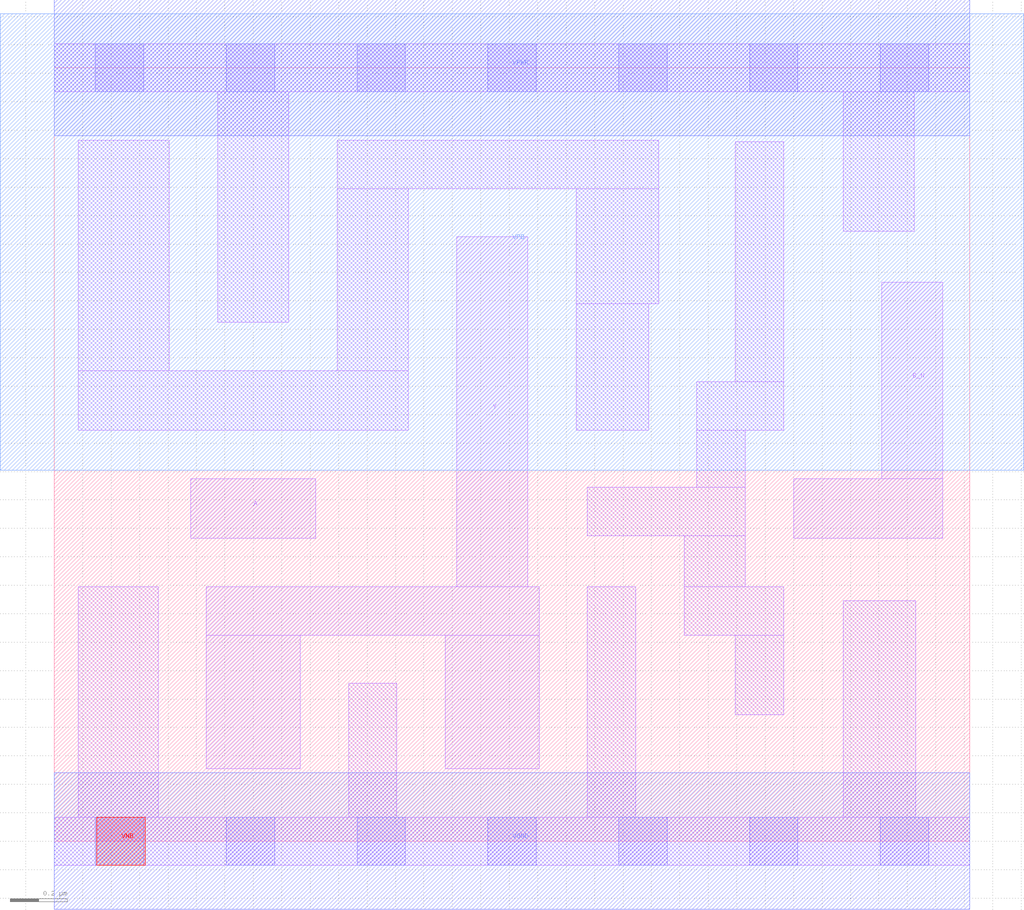
<source format=lef>
# Copyright 2020 The SkyWater PDK Authors
#
# Licensed under the Apache License, Version 2.0 (the "License");
# you may not use this file except in compliance with the License.
# You may obtain a copy of the License at
#
#     https://www.apache.org/licenses/LICENSE-2.0
#
# Unless required by applicable law or agreed to in writing, software
# distributed under the License is distributed on an "AS IS" BASIS,
# WITHOUT WARRANTIES OR CONDITIONS OF ANY KIND, either express or implied.
# See the License for the specific language governing permissions and
# limitations under the License.
#
# SPDX-License-Identifier: Apache-2.0

VERSION 5.7 ;
  NOWIREEXTENSIONATPIN ON ;
  DIVIDERCHAR "/" ;
  BUSBITCHARS "[]" ;
MACRO sky130_fd_sc_hd__nor2b_2
  CLASS CORE ;
  FOREIGN sky130_fd_sc_hd__nor2b_2 ;
  ORIGIN  0.000000  0.000000 ;
  SIZE  3.220000 BY  2.720000 ;
  SYMMETRY X Y R90 ;
  SITE unithd ;
  PIN A
    ANTENNAGATEAREA  0.495000 ;
    DIRECTION INPUT ;
    USE SIGNAL ;
    PORT
      LAYER li1 ;
        RECT 0.480000 1.065000 0.920000 1.275000 ;
    END
  END A
  PIN B_N
    ANTENNAGATEAREA  0.126000 ;
    DIRECTION INPUT ;
    USE SIGNAL ;
    PORT
      LAYER li1 ;
        RECT 2.600000 1.065000 3.125000 1.275000 ;
        RECT 2.910000 1.275000 3.125000 1.965000 ;
    END
  END B_N
  PIN VNB
    PORT
      LAYER pwell ;
        RECT 0.150000 -0.085000 0.320000 0.085000 ;
    END
  END VNB
  PIN VPB
    PORT
      LAYER nwell ;
        RECT -0.190000 1.305000 3.410000 2.910000 ;
    END
  END VPB
  PIN Y
    ANTENNADIFFAREA  0.621000 ;
    DIRECTION OUTPUT ;
    USE SIGNAL ;
    PORT
      LAYER li1 ;
        RECT 0.535000 0.255000 0.865000 0.725000 ;
        RECT 0.535000 0.725000 1.705000 0.895000 ;
        RECT 1.375000 0.255000 1.705000 0.725000 ;
        RECT 1.415000 0.895000 1.665000 2.125000 ;
    END
  END Y
  PIN VGND
    DIRECTION INOUT ;
    SHAPE ABUTMENT ;
    USE GROUND ;
    PORT
      LAYER met1 ;
        RECT 0.000000 -0.240000 3.220000 0.240000 ;
    END
  END VGND
  PIN VPWR
    DIRECTION INOUT ;
    SHAPE ABUTMENT ;
    USE POWER ;
    PORT
      LAYER met1 ;
        RECT 0.000000 2.480000 3.220000 2.960000 ;
    END
  END VPWR
  OBS
    LAYER li1 ;
      RECT 0.000000 -0.085000 3.220000 0.085000 ;
      RECT 0.000000  2.635000 3.220000 2.805000 ;
      RECT 0.085000  0.085000 0.365000 0.895000 ;
      RECT 0.085000  1.445000 1.245000 1.655000 ;
      RECT 0.085000  1.655000 0.405000 2.465000 ;
      RECT 0.575000  1.825000 0.825000 2.635000 ;
      RECT 0.995000  1.655000 1.245000 2.295000 ;
      RECT 0.995000  2.295000 2.125000 2.465000 ;
      RECT 1.035000  0.085000 1.205000 0.555000 ;
      RECT 1.835000  1.445000 2.090000 1.890000 ;
      RECT 1.835000  1.890000 2.125000 2.295000 ;
      RECT 1.875000  0.085000 2.045000 0.895000 ;
      RECT 1.875000  1.075000 2.430000 1.245000 ;
      RECT 2.215000  0.725000 2.565000 0.895000 ;
      RECT 2.215000  0.895000 2.430000 1.075000 ;
      RECT 2.260000  1.245000 2.430000 1.445000 ;
      RECT 2.260000  1.445000 2.565000 1.615000 ;
      RECT 2.395000  0.445000 2.565000 0.725000 ;
      RECT 2.395000  1.615000 2.565000 2.460000 ;
      RECT 2.775000  0.085000 3.030000 0.845000 ;
      RECT 2.775000  2.145000 3.025000 2.635000 ;
    LAYER mcon ;
      RECT 0.145000 -0.085000 0.315000 0.085000 ;
      RECT 0.145000  2.635000 0.315000 2.805000 ;
      RECT 0.605000 -0.085000 0.775000 0.085000 ;
      RECT 0.605000  2.635000 0.775000 2.805000 ;
      RECT 1.065000 -0.085000 1.235000 0.085000 ;
      RECT 1.065000  2.635000 1.235000 2.805000 ;
      RECT 1.525000 -0.085000 1.695000 0.085000 ;
      RECT 1.525000  2.635000 1.695000 2.805000 ;
      RECT 1.985000 -0.085000 2.155000 0.085000 ;
      RECT 1.985000  2.635000 2.155000 2.805000 ;
      RECT 2.445000 -0.085000 2.615000 0.085000 ;
      RECT 2.445000  2.635000 2.615000 2.805000 ;
      RECT 2.905000 -0.085000 3.075000 0.085000 ;
      RECT 2.905000  2.635000 3.075000 2.805000 ;
  END
END sky130_fd_sc_hd__nor2b_2
END LIBRARY

</source>
